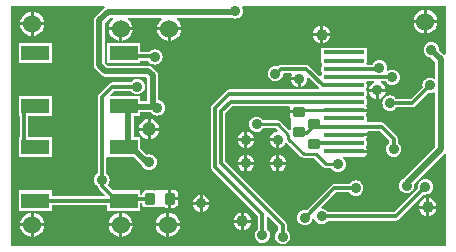
<source format=gtl>
G04 Layer_Physical_Order=1*
G04 Layer_Color=255*
%FSLAX44Y44*%
%MOMM*%
G71*
G01*
G75*
G04:AMPARAMS|DCode=10|XSize=1mm|YSize=0.9mm|CornerRadius=0.1125mm|HoleSize=0mm|Usage=FLASHONLY|Rotation=0.000|XOffset=0mm|YOffset=0mm|HoleType=Round|Shape=RoundedRectangle|*
%AMROUNDEDRECTD10*
21,1,1.0000,0.6750,0,0,0.0*
21,1,0.7750,0.9000,0,0,0.0*
1,1,0.2250,0.3875,-0.3375*
1,1,0.2250,-0.3875,-0.3375*
1,1,0.2250,-0.3875,0.3375*
1,1,0.2250,0.3875,0.3375*
%
%ADD10ROUNDEDRECTD10*%
%ADD11R,2.4000X1.3000*%
G04:AMPARAMS|DCode=12|XSize=1mm|YSize=0.9mm|CornerRadius=0.1125mm|HoleSize=0mm|Usage=FLASHONLY|Rotation=90.000|XOffset=0mm|YOffset=0mm|HoleType=Round|Shape=RoundedRectangle|*
%AMROUNDEDRECTD12*
21,1,1.0000,0.6750,0,0,90.0*
21,1,0.7750,0.9000,0,0,90.0*
1,1,0.2250,0.3375,0.3875*
1,1,0.2250,0.3375,-0.3875*
1,1,0.2250,-0.3375,-0.3875*
1,1,0.2250,-0.3375,0.3875*
%
%ADD12ROUNDEDRECTD12*%
%ADD13R,3.5000X0.4000*%
%ADD14O,3.5000X0.4000*%
%ADD15C,0.3000*%
%ADD16C,0.2540*%
%ADD17C,0.5000*%
%ADD18C,1.5240*%
%ADD19C,1.0000*%
%ADD20C,1.2000*%
%ADD21C,0.9000*%
G36*
X375000Y169285D02*
X373730Y168759D01*
X369548Y172940D01*
X369556Y173000D01*
X369333Y174697D01*
X368678Y176278D01*
X367636Y177636D01*
X366278Y178678D01*
X364697Y179333D01*
X363000Y179556D01*
X361303Y179333D01*
X359722Y178678D01*
X358364Y177636D01*
X357322Y176278D01*
X356667Y174697D01*
X356444Y173000D01*
X356667Y171303D01*
X357322Y169722D01*
X358364Y168364D01*
X359722Y167322D01*
X361303Y166667D01*
X363000Y166444D01*
X363060Y166452D01*
X366412Y163099D01*
Y149237D01*
X366140Y149103D01*
X365142Y148734D01*
X363697Y149333D01*
X362000Y149556D01*
X360303Y149333D01*
X358722Y148678D01*
X357364Y147636D01*
X356322Y146278D01*
X355667Y144697D01*
X355444Y143000D01*
X355620Y141666D01*
X345522Y131568D01*
X333454D01*
X332635Y132636D01*
X331277Y133678D01*
X329696Y134332D01*
X327999Y134556D01*
X326302Y134332D01*
X324721Y133678D01*
X323363Y132636D01*
X322322Y131278D01*
X321667Y129697D01*
X321443Y128000D01*
X321667Y126303D01*
X322322Y124722D01*
X323363Y123364D01*
X324721Y122322D01*
X326302Y121667D01*
X327999Y121444D01*
X329696Y121667D01*
X331277Y122322D01*
X332635Y123364D01*
X333454Y124431D01*
X347000D01*
X348365Y124703D01*
X349523Y125476D01*
X360666Y136620D01*
X362000Y136444D01*
X363697Y136667D01*
X365142Y137266D01*
X366140Y136897D01*
X366412Y136763D01*
Y90900D01*
X339519Y64008D01*
X338722Y63678D01*
X337364Y62636D01*
X336322Y61278D01*
X335667Y59697D01*
X335444Y58000D01*
X335667Y56303D01*
X336322Y54722D01*
X337364Y53364D01*
X338722Y52322D01*
X340303Y51667D01*
X342000Y51444D01*
X343697Y51667D01*
X345278Y52322D01*
X346636Y53364D01*
X347678Y54722D01*
X348333Y56303D01*
X348556Y58000D01*
X348333Y59697D01*
X348290Y59801D01*
X373730Y85241D01*
X375000Y84715D01*
Y7000D01*
X7000D01*
Y210000D01*
X86097D01*
X86482Y208730D01*
X85756Y208244D01*
X78756Y201244D01*
X77761Y199756D01*
X77412Y198000D01*
Y160000D01*
X77761Y158244D01*
X78756Y156756D01*
X83756Y151756D01*
X85244Y150761D01*
X87000Y150412D01*
X121588D01*
X122412Y149588D01*
Y129588D01*
X116500D01*
Y134000D01*
X91706D01*
X91220Y135173D01*
X94478Y138431D01*
X108545D01*
X109364Y137364D01*
X110722Y136322D01*
X112303Y135667D01*
X114000Y135444D01*
X115697Y135667D01*
X117278Y136322D01*
X118636Y137364D01*
X119678Y138722D01*
X120333Y140303D01*
X120556Y142000D01*
X120333Y143697D01*
X119678Y145278D01*
X118636Y146636D01*
X117278Y147678D01*
X115697Y148333D01*
X114000Y148556D01*
X112303Y148333D01*
X110722Y147678D01*
X109364Y146636D01*
X108545Y145569D01*
X93000D01*
X91634Y145297D01*
X90477Y144523D01*
X81477Y135523D01*
X80703Y134366D01*
X80431Y133000D01*
Y68455D01*
X79364Y67636D01*
X78322Y66278D01*
X77667Y64697D01*
X77444Y63000D01*
X77667Y61303D01*
X78322Y59722D01*
X79364Y58364D01*
X80538Y57463D01*
X80703Y56634D01*
X81477Y55477D01*
X86711Y50242D01*
X86225Y49069D01*
X41500D01*
Y54000D01*
X13500D01*
Y37000D01*
X41500D01*
Y41931D01*
X88500D01*
Y37000D01*
X116500D01*
Y43431D01*
X117938D01*
Y43125D01*
X118181Y41906D01*
X118872Y40872D01*
X119905Y40181D01*
X121125Y39939D01*
X127875D01*
X128864Y40136D01*
X129000Y40000D01*
X136205D01*
X136695Y39673D01*
X138125Y39388D01*
X140230D01*
Y47000D01*
Y54612D01*
X138125D01*
X136695Y54327D01*
X136205Y54000D01*
X129000D01*
X128864Y53864D01*
X127875Y54061D01*
X121125D01*
X119905Y53819D01*
X118872Y53128D01*
X118181Y52094D01*
X117938Y50875D01*
Y50569D01*
X116500D01*
Y54000D01*
X93047D01*
X88656Y58391D01*
X89678Y59722D01*
X90333Y61303D01*
X90556Y63000D01*
X90333Y64697D01*
X89678Y66278D01*
X88636Y67636D01*
X87569Y68455D01*
Y81183D01*
X88500Y82000D01*
X111511D01*
X117992Y75519D01*
X118322Y74722D01*
X119364Y73364D01*
X120722Y72322D01*
X122303Y71667D01*
X124000Y71444D01*
X125697Y71667D01*
X127278Y72322D01*
X128636Y73364D01*
X129678Y74722D01*
X130333Y76303D01*
X130556Y78000D01*
X130333Y79697D01*
X129678Y81278D01*
X128636Y82636D01*
X127278Y83678D01*
X125697Y84333D01*
X124000Y84556D01*
X122303Y84333D01*
X122199Y84290D01*
X116500Y89989D01*
Y99000D01*
X111088D01*
Y117000D01*
X116500D01*
Y120412D01*
X125560D01*
X126364Y119364D01*
X127722Y118322D01*
X129303Y117667D01*
X131000Y117444D01*
X132697Y117667D01*
X134278Y118322D01*
X135636Y119364D01*
X136678Y120722D01*
X137333Y122303D01*
X137556Y124000D01*
X137333Y125697D01*
X136678Y127278D01*
X135636Y128636D01*
X134278Y129678D01*
X132697Y130333D01*
X131588Y130479D01*
Y151489D01*
X131239Y153244D01*
X130244Y154733D01*
X126733Y158244D01*
X125245Y159239D01*
X123489Y159588D01*
X88900D01*
X86588Y161901D01*
Y196099D01*
X90900Y200412D01*
X93490D01*
X93921Y199142D01*
X92754Y198246D01*
X91125Y196124D01*
X90101Y193652D01*
X89920Y192270D01*
X110080D01*
X109899Y193652D01*
X108875Y196124D01*
X107246Y198246D01*
X106079Y199142D01*
X106510Y200412D01*
X134490D01*
X134921Y199142D01*
X133754Y198246D01*
X132125Y196124D01*
X131102Y193652D01*
X130920Y192270D01*
X151081D01*
X150899Y193652D01*
X149875Y196124D01*
X148246Y198246D01*
X147079Y199142D01*
X147510Y200412D01*
X193605D01*
X193722Y200322D01*
X195303Y199667D01*
X197000Y199444D01*
X198697Y199667D01*
X200278Y200322D01*
X201636Y201364D01*
X202678Y202722D01*
X203333Y204303D01*
X203556Y206000D01*
X203333Y207697D01*
X202905Y208730D01*
X203615Y210000D01*
X375000D01*
Y169285D01*
D02*
G37*
%LPC*%
G36*
X359270Y207080D02*
Y198270D01*
X368080D01*
X367898Y199652D01*
X366875Y202124D01*
X365246Y204246D01*
X363124Y205875D01*
X360652Y206898D01*
X359270Y207080D01*
D02*
G37*
G36*
X356730D02*
X355348Y206898D01*
X352876Y205875D01*
X350754Y204246D01*
X349125Y202124D01*
X348102Y199652D01*
X347920Y198270D01*
X356730D01*
Y207080D01*
D02*
G37*
G36*
X26270Y205081D02*
Y196270D01*
X35080D01*
X34899Y197652D01*
X33875Y200124D01*
X32246Y202246D01*
X30124Y203875D01*
X27652Y204898D01*
X26270Y205081D01*
D02*
G37*
G36*
X23730D02*
X22348Y204898D01*
X19876Y203875D01*
X17754Y202246D01*
X16125Y200124D01*
X15101Y197652D01*
X14920Y196270D01*
X23730D01*
Y205081D01*
D02*
G37*
G36*
X271270Y193438D02*
Y187270D01*
X277438D01*
X277346Y187968D01*
X276586Y189802D01*
X275378Y191378D01*
X273803Y192586D01*
X271968Y193346D01*
X271270Y193438D01*
D02*
G37*
G36*
X268730D02*
X268032Y193346D01*
X266197Y192586D01*
X264622Y191378D01*
X263414Y189802D01*
X262654Y187968D01*
X262562Y187270D01*
X268730D01*
Y193438D01*
D02*
G37*
G36*
X368080Y195730D02*
X359270D01*
Y186919D01*
X360652Y187101D01*
X363124Y188125D01*
X365246Y189754D01*
X366875Y191876D01*
X367898Y194348D01*
X368080Y195730D01*
D02*
G37*
G36*
X356730D02*
X347920D01*
X348102Y194348D01*
X349125Y191876D01*
X350754Y189754D01*
X352876Y188125D01*
X355348Y187101D01*
X356730Y186919D01*
Y195730D01*
D02*
G37*
G36*
X35080Y193730D02*
X26270D01*
Y184919D01*
X27652Y185102D01*
X30124Y186125D01*
X32246Y187754D01*
X33875Y189876D01*
X34899Y192348D01*
X35080Y193730D01*
D02*
G37*
G36*
X23730D02*
X14920D01*
X15101Y192348D01*
X16125Y189876D01*
X17754Y187754D01*
X19876Y186125D01*
X22348Y185102D01*
X23730Y184919D01*
Y193730D01*
D02*
G37*
G36*
X151081Y189730D02*
X142270D01*
Y180919D01*
X143652Y181101D01*
X146124Y182125D01*
X148246Y183754D01*
X149875Y185876D01*
X150899Y188348D01*
X151081Y189730D01*
D02*
G37*
G36*
X139730D02*
X130920D01*
X131102Y188348D01*
X132125Y185876D01*
X133754Y183754D01*
X135876Y182125D01*
X138348Y181101D01*
X139730Y180919D01*
Y189730D01*
D02*
G37*
G36*
X110080D02*
X101270D01*
Y180919D01*
X102652Y181101D01*
X105124Y182125D01*
X107246Y183754D01*
X108875Y185876D01*
X109899Y188348D01*
X110080Y189730D01*
D02*
G37*
G36*
X98730D02*
X89920D01*
X90101Y188348D01*
X91125Y185876D01*
X92754Y183754D01*
X94876Y182125D01*
X97348Y181101D01*
X98730Y180919D01*
Y189730D01*
D02*
G37*
G36*
X277438Y184730D02*
X271270D01*
Y178562D01*
X271968Y178654D01*
X273803Y179414D01*
X275378Y180622D01*
X276586Y182197D01*
X277346Y184032D01*
X277438Y184730D01*
D02*
G37*
G36*
X268730D02*
X262562D01*
X262654Y184032D01*
X263414Y182197D01*
X264622Y180622D01*
X266197Y179414D01*
X268032Y178654D01*
X268730Y178562D01*
Y184730D01*
D02*
G37*
G36*
X41500Y179000D02*
X13500D01*
Y162000D01*
X41500D01*
Y179000D01*
D02*
G37*
G36*
X116500D02*
X88500D01*
Y162000D01*
X116500D01*
Y163931D01*
X123236D01*
X123322Y163722D01*
X124364Y162364D01*
X125722Y161322D01*
X127303Y160667D01*
X129000Y160444D01*
X130697Y160667D01*
X132278Y161322D01*
X133636Y162364D01*
X134678Y163722D01*
X135333Y165303D01*
X135556Y167000D01*
X135333Y168697D01*
X134678Y170278D01*
X133636Y171636D01*
X132278Y172678D01*
X130697Y173333D01*
X129000Y173556D01*
X127303Y173333D01*
X125722Y172678D01*
X124364Y171636D01*
X123929Y171069D01*
X116500D01*
Y179000D01*
D02*
G37*
G36*
X308500Y175000D02*
X269500D01*
Y167000D01*
X269500Y167000D01*
X269500D01*
X269845Y165730D01*
X269732Y165561D01*
X269422Y164000D01*
X269732Y162439D01*
X270480Y161320D01*
X270606Y160500D01*
X270480Y159680D01*
X269732Y158561D01*
X269422Y157000D01*
X269732Y155439D01*
X270616Y154116D01*
Y152884D01*
X269732Y151561D01*
X269657Y151185D01*
X268279Y150767D01*
X259523Y159523D01*
X258366Y160297D01*
X257000Y160569D01*
X236000D01*
X234634Y160297D01*
X233477Y159523D01*
X233113Y159160D01*
X232696Y159332D01*
X231000Y159556D01*
X229303Y159332D01*
X227722Y158677D01*
X226364Y157635D01*
X225322Y156278D01*
X224667Y154697D01*
X224444Y153000D01*
X224667Y151303D01*
X225322Y149722D01*
X226364Y148364D01*
X227722Y147322D01*
X229303Y146667D01*
X231000Y146444D01*
X232696Y146667D01*
X234278Y147322D01*
X235636Y148364D01*
X236677Y149722D01*
X237332Y151303D01*
X237556Y153000D01*
X237934Y153431D01*
X244474D01*
X245036Y152292D01*
X244851Y152051D01*
X244141Y150338D01*
X244067Y149770D01*
X251000D01*
Y148500D01*
X252270D01*
Y141567D01*
X252838Y141641D01*
X254550Y142351D01*
X256021Y143479D01*
X257149Y144950D01*
X257859Y146662D01*
X258101Y148500D01*
X258016Y149141D01*
X259219Y149734D01*
X268115Y140839D01*
X267603Y139569D01*
X192000D01*
X190634Y139297D01*
X189477Y138523D01*
X177477Y126523D01*
X176703Y125366D01*
X176431Y124000D01*
Y74000D01*
X176703Y72634D01*
X177477Y71477D01*
X216431Y32522D01*
Y21455D01*
X215364Y20636D01*
X214322Y19278D01*
X213667Y17697D01*
X213444Y16000D01*
X213667Y14303D01*
X214322Y12722D01*
X215364Y11364D01*
X216722Y10322D01*
X218303Y9667D01*
X220000Y9444D01*
X221697Y9667D01*
X223278Y10322D01*
X224636Y11364D01*
X225678Y12722D01*
X226333Y14303D01*
X226556Y16000D01*
X226333Y17697D01*
X225678Y19278D01*
X224636Y20636D01*
X223569Y21455D01*
Y31725D01*
X224742Y32211D01*
X233431Y23522D01*
Y20455D01*
X232364Y19636D01*
X231322Y18278D01*
X230667Y16697D01*
X230444Y15000D01*
X230667Y13303D01*
X231322Y11722D01*
X232364Y10364D01*
X233722Y9322D01*
X235303Y8667D01*
X237000Y8444D01*
X238697Y8667D01*
X240278Y9322D01*
X241636Y10364D01*
X242678Y11722D01*
X243333Y13303D01*
X243556Y15000D01*
X243333Y16697D01*
X242678Y18278D01*
X241636Y19636D01*
X240569Y20455D01*
Y25000D01*
X240297Y26366D01*
X239523Y27523D01*
X188569Y78478D01*
Y119522D01*
X194478Y125431D01*
X242403D01*
X243445Y124161D01*
X243388Y123875D01*
Y121770D01*
X251000D01*
Y119230D01*
X243388D01*
Y117125D01*
X243673Y115695D01*
X244000Y115205D01*
Y108000D01*
X244136Y107864D01*
X243939Y106875D01*
Y105436D01*
X242765Y104950D01*
X235358Y112357D01*
X234276Y113080D01*
X233000Y113334D01*
X220634D01*
X219635Y114636D01*
X218278Y115677D01*
X216696Y116333D01*
X215000Y116556D01*
X213303Y116333D01*
X211721Y115677D01*
X210364Y114636D01*
X209322Y113278D01*
X208667Y111697D01*
X208444Y110000D01*
X208667Y108303D01*
X209322Y106722D01*
X210364Y105364D01*
X211721Y104322D01*
X213303Y103667D01*
X215000Y103444D01*
X216696Y103667D01*
X218278Y104322D01*
X219635Y105364D01*
X220634Y106666D01*
X231619D01*
X232958Y105327D01*
X232459Y104030D01*
X231162Y103859D01*
X229450Y103149D01*
X227979Y102021D01*
X226851Y100550D01*
X226141Y98838D01*
X226066Y98270D01*
X233000D01*
Y97000D01*
X234270D01*
Y90066D01*
X234838Y90141D01*
X236550Y90851D01*
X238021Y91979D01*
X239149Y93450D01*
X239410Y94079D01*
X240908Y94377D01*
X252642Y82642D01*
X253724Y81920D01*
X255000Y81666D01*
X263619D01*
X271642Y73643D01*
X272724Y72920D01*
X274000Y72666D01*
X278365D01*
X279364Y71364D01*
X280722Y70322D01*
X282303Y69667D01*
X284000Y69444D01*
X285697Y69667D01*
X287278Y70322D01*
X288636Y71364D01*
X289678Y72722D01*
X290333Y74303D01*
X290556Y76000D01*
X290333Y77697D01*
X289678Y79278D01*
X288636Y80636D01*
X288030Y81101D01*
X288461Y82371D01*
X304500D01*
X306271Y82723D01*
X307773Y83727D01*
X308777Y85229D01*
X308876Y85730D01*
X289000D01*
Y88270D01*
X308876D01*
X308777Y88771D01*
X307773Y90273D01*
X307820Y91769D01*
X308268Y92439D01*
X308578Y94000D01*
X308268Y95561D01*
X307820Y96231D01*
X307773Y97727D01*
X308777Y99228D01*
X308876Y99730D01*
X289000D01*
Y102270D01*
X308876D01*
X308777Y102771D01*
X308516Y103161D01*
X309195Y104431D01*
X319522D01*
X327431Y96522D01*
Y94455D01*
X326364Y93636D01*
X325322Y92278D01*
X324667Y90697D01*
X324444Y89000D01*
X324667Y87303D01*
X325322Y85722D01*
X326364Y84364D01*
X327722Y83322D01*
X329303Y82667D01*
X331000Y82444D01*
X332697Y82667D01*
X334278Y83322D01*
X335636Y84364D01*
X336678Y85722D01*
X337333Y87303D01*
X337556Y89000D01*
X337333Y90697D01*
X336678Y92278D01*
X335636Y93636D01*
X334569Y94455D01*
Y98000D01*
X334297Y99366D01*
X333523Y100523D01*
X323523Y110523D01*
X322366Y111297D01*
X321000Y111568D01*
X309591D01*
X308500Y112000D01*
X308155Y113270D01*
X308268Y113439D01*
X308578Y115000D01*
X308268Y116561D01*
X307820Y117231D01*
X307773Y118727D01*
X308777Y120229D01*
X308876Y120730D01*
X289000D01*
Y123270D01*
X308876D01*
X308777Y123771D01*
X307773Y125273D01*
X307820Y126769D01*
X308268Y127439D01*
X308578Y129000D01*
X308268Y130561D01*
X307384Y131884D01*
Y133116D01*
X308268Y134439D01*
X308578Y136000D01*
X308268Y137561D01*
X307384Y138884D01*
Y140116D01*
X308268Y141439D01*
X308578Y143000D01*
X308268Y144561D01*
X307866Y145161D01*
X308545Y146431D01*
X314297D01*
X314550Y145161D01*
X313763Y144836D01*
X312293Y143707D01*
X311164Y142237D01*
X310455Y140524D01*
X310380Y139956D01*
X324247D01*
X324173Y140524D01*
X323463Y142237D01*
X322335Y143707D01*
X320864Y144836D01*
X320078Y145161D01*
X320330Y146431D01*
X324313D01*
X324322Y146408D01*
X325364Y145050D01*
X326722Y144009D01*
X328303Y143354D01*
X330000Y143130D01*
X331697Y143354D01*
X333278Y144009D01*
X334636Y145050D01*
X335678Y146408D01*
X336333Y147989D01*
X336556Y149686D01*
X336333Y151383D01*
X335678Y152964D01*
X334636Y154322D01*
X333278Y155364D01*
X331697Y156019D01*
X330000Y156242D01*
X328303Y156019D01*
X326722Y155364D01*
X326130Y154910D01*
X325087Y155710D01*
X325333Y156303D01*
X325556Y158000D01*
X325333Y159697D01*
X324678Y161278D01*
X323636Y162636D01*
X322278Y163678D01*
X320697Y164333D01*
X319000Y164556D01*
X317303Y164333D01*
X315722Y163678D01*
X314364Y162636D01*
X313322Y161278D01*
X313028Y160569D01*
X308545D01*
X307866Y161839D01*
X308268Y162439D01*
X308578Y164000D01*
X308268Y165561D01*
X308155Y165730D01*
X308500Y167000D01*
X308500D01*
X308500Y167000D01*
Y175000D01*
D02*
G37*
G36*
X249730Y147230D02*
X244067D01*
X244141Y146662D01*
X244851Y144950D01*
X245979Y143479D01*
X247450Y142351D01*
X249162Y141641D01*
X249730Y141567D01*
Y147230D01*
D02*
G37*
G36*
X324247Y137416D02*
X318584D01*
Y131753D01*
X319151Y131827D01*
X320864Y132537D01*
X322335Y133665D01*
X323463Y135136D01*
X324173Y136848D01*
X324247Y137416D01*
D02*
G37*
G36*
X316044D02*
X310380D01*
X310455Y136848D01*
X311164Y135136D01*
X312293Y133665D01*
X313763Y132537D01*
X315476Y131827D01*
X316044Y131753D01*
Y137416D01*
D02*
G37*
G36*
X125270Y114446D02*
Y107270D01*
X132446D01*
X132320Y108229D01*
X131460Y110307D01*
X130091Y112091D01*
X128307Y113460D01*
X126229Y114320D01*
X125270Y114446D01*
D02*
G37*
G36*
X122730D02*
X121771Y114320D01*
X119693Y113460D01*
X117909Y112091D01*
X116540Y110307D01*
X115680Y108229D01*
X115554Y107270D01*
X122730D01*
Y114446D01*
D02*
G37*
G36*
X207270Y103933D02*
Y98270D01*
X212934D01*
X212859Y98838D01*
X212149Y100550D01*
X211021Y102021D01*
X209550Y103149D01*
X207838Y103859D01*
X207270Y103933D01*
D02*
G37*
G36*
X204730D02*
X204162Y103859D01*
X202450Y103149D01*
X200979Y102021D01*
X199851Y100550D01*
X199141Y98838D01*
X199067Y98270D01*
X204730D01*
Y103933D01*
D02*
G37*
G36*
X132446Y104730D02*
X125270D01*
Y97554D01*
X126229Y97680D01*
X128307Y98540D01*
X130091Y99909D01*
X131460Y101693D01*
X132320Y103771D01*
X132446Y104730D01*
D02*
G37*
G36*
X122730D02*
X115554D01*
X115680Y103771D01*
X116540Y101693D01*
X117909Y99909D01*
X119693Y98540D01*
X121771Y97680D01*
X122730Y97554D01*
Y104730D01*
D02*
G37*
G36*
X231730Y95730D02*
X226066D01*
X226141Y95162D01*
X226851Y93450D01*
X227979Y91979D01*
X229450Y90851D01*
X231162Y90141D01*
X231730Y90066D01*
Y95730D01*
D02*
G37*
G36*
X212934D02*
X207270D01*
Y90066D01*
X207838Y90141D01*
X209550Y90851D01*
X211021Y91979D01*
X212149Y93450D01*
X212859Y95162D01*
X212934Y95730D01*
D02*
G37*
G36*
X204730D02*
X199067D01*
X199141Y95162D01*
X199851Y93450D01*
X200979Y91979D01*
X202450Y90851D01*
X204162Y90141D01*
X204730Y90066D01*
Y95730D01*
D02*
G37*
G36*
X41500Y134000D02*
X13500D01*
Y117000D01*
X14431D01*
Y99000D01*
X13500D01*
Y82000D01*
X41500D01*
Y99000D01*
X21569D01*
Y117000D01*
X41500D01*
Y134000D01*
D02*
G37*
G36*
X234270Y83933D02*
Y78270D01*
X239933D01*
X239859Y78838D01*
X239149Y80550D01*
X238021Y82021D01*
X236550Y83149D01*
X234838Y83859D01*
X234270Y83933D01*
D02*
G37*
G36*
X231730D02*
X231162Y83859D01*
X229450Y83149D01*
X227979Y82021D01*
X226851Y80550D01*
X226141Y78838D01*
X226066Y78270D01*
X231730D01*
Y83933D01*
D02*
G37*
G36*
X207270D02*
Y78270D01*
X212934D01*
X212859Y78838D01*
X212149Y80550D01*
X211021Y82021D01*
X209550Y83149D01*
X207838Y83859D01*
X207270Y83933D01*
D02*
G37*
G36*
X204730D02*
X204162Y83859D01*
X202450Y83149D01*
X200979Y82021D01*
X199851Y80550D01*
X199141Y78838D01*
X199067Y78270D01*
X204730D01*
Y83933D01*
D02*
G37*
G36*
X239933Y75730D02*
X234270D01*
Y70066D01*
X234838Y70141D01*
X236550Y70851D01*
X238021Y71979D01*
X239149Y73450D01*
X239859Y75162D01*
X239933Y75730D01*
D02*
G37*
G36*
X231730D02*
X226066D01*
X226141Y75162D01*
X226851Y73450D01*
X227979Y71979D01*
X229450Y70851D01*
X231162Y70141D01*
X231730Y70066D01*
Y75730D01*
D02*
G37*
G36*
X212934D02*
X207270D01*
Y70066D01*
X207838Y70141D01*
X209550Y70851D01*
X211021Y71979D01*
X212149Y73450D01*
X212859Y75162D01*
X212934Y75730D01*
D02*
G37*
G36*
X204730D02*
X199067D01*
X199141Y75162D01*
X199851Y73450D01*
X200979Y71979D01*
X202450Y70851D01*
X204162Y70141D01*
X204730Y70066D01*
Y75730D01*
D02*
G37*
G36*
X358000Y63556D02*
X356303Y63333D01*
X354722Y62678D01*
X353364Y61636D01*
X352322Y60278D01*
X351667Y58697D01*
X351444Y57000D01*
X351619Y55666D01*
X331522Y35568D01*
X275454D01*
X274635Y36636D01*
X273277Y37678D01*
X271696Y38333D01*
X270352Y38510D01*
X269751Y39704D01*
X282478Y52431D01*
X293545D01*
X294364Y51364D01*
X295722Y50322D01*
X297303Y49667D01*
X299000Y49444D01*
X300697Y49667D01*
X302278Y50322D01*
X303636Y51364D01*
X304678Y52722D01*
X305333Y54303D01*
X305556Y56000D01*
X305333Y57697D01*
X304678Y59278D01*
X303636Y60636D01*
X302278Y61678D01*
X300697Y62333D01*
X299000Y62556D01*
X297303Y62333D01*
X295722Y61678D01*
X294364Y60636D01*
X293545Y59569D01*
X281000D01*
X279634Y59297D01*
X278477Y58523D01*
X257334Y37380D01*
X256000Y37556D01*
X254303Y37333D01*
X252722Y36678D01*
X251364Y35636D01*
X250322Y34278D01*
X249667Y32697D01*
X249444Y31000D01*
X249667Y29303D01*
X250322Y27722D01*
X251364Y26364D01*
X252722Y25322D01*
X254303Y24667D01*
X256000Y24444D01*
X257697Y24667D01*
X259278Y25322D01*
X260636Y26364D01*
X261678Y27722D01*
X262333Y29303D01*
X262369Y29580D01*
X262554Y29670D01*
X264184Y29054D01*
X264322Y28722D01*
X265364Y27364D01*
X266721Y26322D01*
X268303Y25667D01*
X270000Y25444D01*
X271696Y25667D01*
X273277Y26322D01*
X274635Y27364D01*
X275454Y28431D01*
X333000D01*
X334366Y28703D01*
X335523Y29477D01*
X356666Y50620D01*
X358000Y50444D01*
X359697Y50667D01*
X361278Y51322D01*
X362636Y52364D01*
X363678Y53722D01*
X364333Y55303D01*
X364556Y57000D01*
X364333Y58697D01*
X363678Y60278D01*
X362636Y61636D01*
X361278Y62678D01*
X359697Y63333D01*
X358000Y63556D01*
D02*
G37*
G36*
X144875Y54612D02*
X142770D01*
Y48270D01*
X148612D01*
Y50875D01*
X148327Y52305D01*
X147517Y53517D01*
X146305Y54327D01*
X144875Y54612D01*
D02*
G37*
G36*
X169270Y49934D02*
Y44270D01*
X174933D01*
X174859Y44838D01*
X174149Y46550D01*
X173021Y48021D01*
X171550Y49149D01*
X169838Y49859D01*
X169270Y49934D01*
D02*
G37*
G36*
X166730D02*
X166162Y49859D01*
X164450Y49149D01*
X162979Y48021D01*
X161851Y46550D01*
X161141Y44838D01*
X161066Y44270D01*
X166730D01*
Y49934D01*
D02*
G37*
G36*
X361270Y47438D02*
Y41270D01*
X367438D01*
X367346Y41968D01*
X366586Y43802D01*
X365378Y45378D01*
X363802Y46586D01*
X361968Y47346D01*
X361270Y47438D01*
D02*
G37*
G36*
X358730D02*
X358032Y47346D01*
X356198Y46586D01*
X354622Y45378D01*
X353414Y43802D01*
X352654Y41968D01*
X352562Y41270D01*
X358730D01*
Y47438D01*
D02*
G37*
G36*
X148612Y45730D02*
X142770D01*
Y39388D01*
X144875D01*
X146305Y39673D01*
X147517Y40483D01*
X148327Y41695D01*
X148612Y43125D01*
Y45730D01*
D02*
G37*
G36*
X174933Y41730D02*
X169270D01*
Y36067D01*
X169838Y36141D01*
X171550Y36851D01*
X173021Y37979D01*
X174149Y39450D01*
X174859Y41162D01*
X174933Y41730D01*
D02*
G37*
G36*
X166730D02*
X161066D01*
X161141Y41162D01*
X161851Y39450D01*
X162979Y37979D01*
X164450Y36851D01*
X166162Y36141D01*
X166730Y36067D01*
Y41730D01*
D02*
G37*
G36*
X367438Y38730D02*
X361270D01*
Y32562D01*
X361968Y32654D01*
X363802Y33414D01*
X365378Y34622D01*
X366586Y36198D01*
X367346Y38032D01*
X367438Y38730D01*
D02*
G37*
G36*
X358730D02*
X352562D01*
X352654Y38032D01*
X353414Y36198D01*
X354622Y34622D01*
X356198Y33414D01*
X358032Y32654D01*
X358730Y32562D01*
Y38730D01*
D02*
G37*
G36*
X204270Y35438D02*
Y29270D01*
X210438D01*
X210346Y29968D01*
X209586Y31802D01*
X208378Y33378D01*
X206803Y34586D01*
X204968Y35346D01*
X204270Y35438D01*
D02*
G37*
G36*
X201730D02*
X201032Y35346D01*
X199198Y34586D01*
X197622Y33378D01*
X196414Y31802D01*
X195654Y29968D01*
X195562Y29270D01*
X201730D01*
Y35438D01*
D02*
G37*
G36*
X141270Y35080D02*
Y26270D01*
X150080D01*
X149899Y27652D01*
X148875Y30124D01*
X147246Y32246D01*
X145124Y33875D01*
X142652Y34899D01*
X141270Y35080D01*
D02*
G37*
G36*
X138730D02*
X137348Y34899D01*
X134876Y33875D01*
X132754Y32246D01*
X131125Y30124D01*
X130101Y27652D01*
X129920Y26270D01*
X138730D01*
Y35080D01*
D02*
G37*
G36*
X101270D02*
Y26270D01*
X110080D01*
X109899Y27652D01*
X108875Y30124D01*
X107246Y32246D01*
X105124Y33875D01*
X102652Y34899D01*
X101270Y35080D01*
D02*
G37*
G36*
X98730D02*
X97348Y34899D01*
X94876Y33875D01*
X92754Y32246D01*
X91125Y30124D01*
X90101Y27652D01*
X89920Y26270D01*
X98730D01*
Y35080D01*
D02*
G37*
G36*
X26270D02*
Y26270D01*
X35080D01*
X34899Y27652D01*
X33875Y30124D01*
X32246Y32246D01*
X30124Y33875D01*
X27652Y34899D01*
X26270Y35080D01*
D02*
G37*
G36*
X23730D02*
X22348Y34899D01*
X19876Y33875D01*
X17754Y32246D01*
X16125Y30124D01*
X15101Y27652D01*
X14920Y26270D01*
X23730D01*
Y35080D01*
D02*
G37*
G36*
X210438Y26730D02*
X204270D01*
Y20562D01*
X204968Y20654D01*
X206803Y21414D01*
X208378Y22622D01*
X209586Y24197D01*
X210346Y26032D01*
X210438Y26730D01*
D02*
G37*
G36*
X201730D02*
X195562D01*
X195654Y26032D01*
X196414Y24197D01*
X197622Y22622D01*
X199198Y21414D01*
X201032Y20654D01*
X201730Y20562D01*
Y26730D01*
D02*
G37*
G36*
X150080Y23730D02*
X141270D01*
Y14920D01*
X142652Y15101D01*
X145124Y16125D01*
X147246Y17754D01*
X148875Y19876D01*
X149899Y22348D01*
X150080Y23730D01*
D02*
G37*
G36*
X138730D02*
X129920D01*
X130101Y22348D01*
X131125Y19876D01*
X132754Y17754D01*
X134876Y16125D01*
X137348Y15101D01*
X138730Y14920D01*
Y23730D01*
D02*
G37*
G36*
X110080D02*
X101270D01*
Y14920D01*
X102652Y15101D01*
X105124Y16125D01*
X107246Y17754D01*
X108875Y19876D01*
X109899Y22348D01*
X110080Y23730D01*
D02*
G37*
G36*
X98730D02*
X89920D01*
X90101Y22348D01*
X91125Y19876D01*
X92754Y17754D01*
X94876Y16125D01*
X97348Y15101D01*
X98730Y14920D01*
Y23730D01*
D02*
G37*
G36*
X35080D02*
X26270D01*
Y14920D01*
X27652Y15101D01*
X30124Y16125D01*
X32246Y17754D01*
X33875Y19876D01*
X34899Y22348D01*
X35080Y23730D01*
D02*
G37*
G36*
X23730D02*
X14920D01*
X15101Y22348D01*
X16125Y19876D01*
X17754Y17754D01*
X19876Y16125D01*
X22348Y15101D01*
X23730Y14920D01*
Y23730D01*
D02*
G37*
%LPD*%
D10*
X264000Y110000D02*
D03*
Y93000D02*
D03*
X251000Y120500D02*
D03*
Y103500D02*
D03*
D11*
X102500Y125500D02*
D03*
Y170500D02*
D03*
X27500D02*
D03*
Y125500D02*
D03*
Y90500D02*
D03*
Y45500D02*
D03*
X102500D02*
D03*
Y90500D02*
D03*
D12*
X141500Y47000D02*
D03*
X124500D02*
D03*
D13*
X289000Y171000D02*
D03*
Y108000D02*
D03*
D14*
Y164000D02*
D03*
Y157000D02*
D03*
Y150000D02*
D03*
Y143000D02*
D03*
Y136000D02*
D03*
Y129000D02*
D03*
Y122000D02*
D03*
Y115000D02*
D03*
Y101000D02*
D03*
Y94000D02*
D03*
Y87000D02*
D03*
D15*
X231000Y152000D02*
X236000Y157000D01*
X231000Y152000D02*
Y153000D01*
X295000Y157000D02*
X320000D01*
X329964Y149686D02*
X330000D01*
X295000Y150000D02*
X329651D01*
X329964Y149686D01*
X264500Y109500D02*
X266000Y108000D01*
X258000Y103000D02*
X264500Y109500D01*
X253000Y103000D02*
X258000D01*
X266000Y108000D02*
X321000D01*
X271000Y143000D02*
X282000D01*
X257000Y157000D02*
X271000Y143000D01*
X236000Y157000D02*
X257000D01*
X129500Y122500D02*
X131000Y124000D01*
X84000Y133000D02*
X93000Y142000D01*
X114000D01*
X321000Y108000D02*
X331000Y98000D01*
X327999Y128000D02*
X347000D01*
X331000Y89000D02*
Y98000D01*
X347000Y128000D02*
X362000Y143000D01*
X18000Y96000D02*
X23500Y90500D01*
X27500D01*
X18000Y96000D02*
Y121000D01*
X23000D01*
X27500Y125500D01*
Y45500D02*
X102500D01*
X93500Y48500D02*
X106500D01*
X108000Y47000D02*
X124500D01*
X84000Y63000D02*
Y133000D01*
Y58000D02*
Y63000D01*
Y58000D02*
X93500Y48500D01*
X122000Y78000D02*
X124000D01*
X106500Y167500D02*
X128500D01*
X129000Y167000D01*
X281000Y56000D02*
X299000D01*
X256000Y31000D02*
X281000Y56000D01*
X333000Y32000D02*
X358000Y57000D01*
X270000Y32000D02*
X333000D01*
X269500Y94000D02*
X295000D01*
X192000Y136000D02*
X295000D01*
X180000Y124000D02*
X192000Y136000D01*
X193000Y129000D02*
X295000D01*
X185000Y121000D02*
X193000Y129000D01*
X180000Y74000D02*
Y124000D01*
Y74000D02*
X220000Y34000D01*
Y16000D02*
Y34000D01*
X185000Y77000D02*
Y121000D01*
Y77000D02*
X237000Y25000D01*
Y15000D02*
Y25000D01*
D16*
X255000Y85000D02*
X265000D01*
X242000Y98000D02*
X255000Y85000D01*
X242000Y98000D02*
Y101000D01*
X274000Y76000D02*
X284000D01*
X265000Y85000D02*
X274000Y76000D01*
X233000Y110000D02*
X242000Y101000D01*
X215000Y110000D02*
X233000D01*
X255000Y122000D02*
X297000D01*
X253000Y120000D02*
X255000Y122000D01*
D17*
X110000Y125000D02*
X127000D01*
Y151489D01*
X123489Y155000D02*
X127000Y151489D01*
X87000Y155000D02*
X123489D01*
X363000Y173000D02*
X371000Y165000D01*
X342000Y60000D02*
X371000Y89000D01*
Y165000D01*
X82000Y160000D02*
X87000Y155000D01*
X82000Y198000D02*
X89000Y205000D01*
X106500Y93500D02*
X122000Y78000D01*
X106500Y93500D02*
Y122500D01*
X82000Y160000D02*
Y198000D01*
X89000Y205000D02*
X196000D01*
X342000Y58000D02*
Y60000D01*
D18*
X358000Y197000D02*
D03*
X100000Y191000D02*
D03*
X141000D02*
D03*
X25000Y195000D02*
D03*
Y25000D02*
D03*
X100000D02*
D03*
X140000D02*
D03*
D19*
X270000Y186000D02*
D03*
X360000Y40000D02*
D03*
X203000Y28000D02*
D03*
D20*
X124000Y106000D02*
D03*
D21*
X317314Y138686D02*
D03*
X231000Y153000D02*
D03*
X319000Y158000D02*
D03*
X330000Y149686D02*
D03*
X131000Y124000D02*
D03*
X114000Y142000D02*
D03*
X327999Y128000D02*
D03*
X331000Y89000D02*
D03*
X362000Y143000D02*
D03*
X363000Y173000D02*
D03*
X168000Y43000D02*
D03*
X84000Y63000D02*
D03*
X124000Y78000D02*
D03*
X342000Y58000D02*
D03*
X358000Y57000D02*
D03*
X129000Y167000D02*
D03*
X299000Y56000D02*
D03*
X270000Y32000D02*
D03*
X237000Y15000D02*
D03*
X220000Y16000D02*
D03*
X256000Y31000D02*
D03*
X197000Y206000D02*
D03*
X206000Y97000D02*
D03*
Y77000D02*
D03*
X233000D02*
D03*
Y97000D02*
D03*
X251000Y148500D02*
D03*
X215000Y110000D02*
D03*
X284000Y76000D02*
D03*
M02*

</source>
